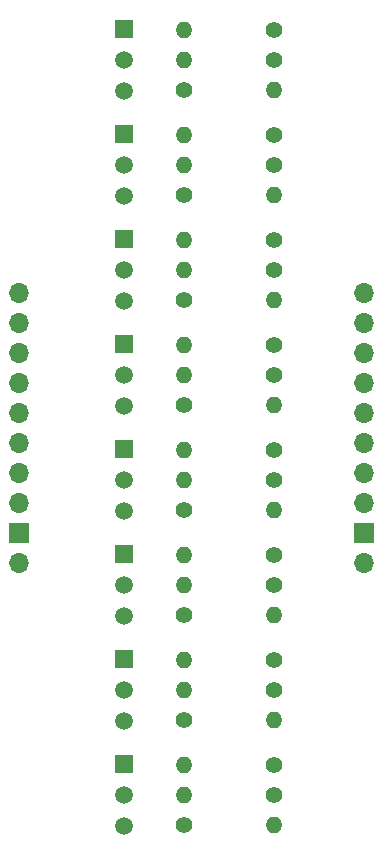
<source format=gbs>
%TF.GenerationSoftware,KiCad,Pcbnew,7.0.11*%
%TF.CreationDate,2024-05-22T14:54:01+02:00*%
%TF.ProjectId,Untitled,556e7469-746c-4656-942e-6b696361645f,1.0*%
%TF.SameCoordinates,Original*%
%TF.FileFunction,Soldermask,Bot*%
%TF.FilePolarity,Negative*%
%FSLAX46Y46*%
G04 Gerber Fmt 4.6, Leading zero omitted, Abs format (unit mm)*
G04 Created by KiCad (PCBNEW 7.0.11) date 2024-05-22 14:54:01*
%MOMM*%
%LPD*%
G01*
G04 APERTURE LIST*
%ADD10R,1.500000X1.500000*%
%ADD11C,1.500000*%
%ADD12O,1.700000X1.700000*%
%ADD13R,1.700000X1.700000*%
%ADD14C,1.400000*%
%ADD15O,1.400000X1.400000*%
G04 APERTURE END LIST*
D10*
%TO.C,Q1*%
X81280000Y-106620000D03*
D11*
X81280000Y-109220000D03*
X81280000Y-111820000D03*
%TD*%
D10*
%TO.C,Q2*%
X81280000Y-97730000D03*
D11*
X81280000Y-100330000D03*
X81280000Y-102930000D03*
%TD*%
D10*
%TO.C,Q3*%
X81280000Y-88840000D03*
D11*
X81280000Y-91440000D03*
X81280000Y-94040000D03*
%TD*%
D10*
%TO.C,Q4*%
X81280000Y-79950000D03*
D11*
X81280000Y-82550000D03*
X81280000Y-85150000D03*
%TD*%
D10*
%TO.C,Q5*%
X81280000Y-71060000D03*
D11*
X81280000Y-73660000D03*
X81280000Y-76260000D03*
%TD*%
D10*
%TO.C,Q6*%
X81280000Y-62170000D03*
D11*
X81280000Y-64770000D03*
X81280000Y-67370000D03*
%TD*%
D10*
%TO.C,Q7*%
X81280000Y-53280000D03*
D11*
X81280000Y-55880000D03*
X81280000Y-58480000D03*
%TD*%
D10*
%TO.C,Q8*%
X81280000Y-44390000D03*
D11*
X81280000Y-46990000D03*
X81280000Y-49590000D03*
%TD*%
D12*
%TO.C,J2*%
X72390000Y-66680000D03*
X72390000Y-69220000D03*
X72390000Y-71760000D03*
X72390000Y-74300000D03*
X72390000Y-76840000D03*
X72390000Y-79380000D03*
X72390000Y-81920000D03*
X72390000Y-84460000D03*
D13*
X72390000Y-87000000D03*
D12*
X72390000Y-89540000D03*
%TD*%
D14*
%TO.C,R73*%
X93980000Y-53340000D03*
D15*
X86360000Y-53340000D03*
%TD*%
D14*
%TO.C,R83*%
X93980000Y-44450000D03*
D15*
X86360000Y-44450000D03*
%TD*%
D14*
%TO.C,R72*%
X86360000Y-58420000D03*
D15*
X93980000Y-58420000D03*
%TD*%
D14*
%TO.C,R82*%
X86360000Y-49530000D03*
D15*
X93980000Y-49530000D03*
%TD*%
D14*
%TO.C,R42*%
X86360000Y-85090000D03*
D15*
X93980000Y-85090000D03*
%TD*%
D12*
%TO.C,J1*%
X101600000Y-66675000D03*
X101600000Y-69215000D03*
X101600000Y-71755000D03*
X101600000Y-74295000D03*
X101600000Y-76835000D03*
X101600000Y-79375000D03*
X101600000Y-81915000D03*
X101600000Y-84455000D03*
D13*
X101600000Y-86995000D03*
D12*
X101600000Y-89535000D03*
%TD*%
D14*
%TO.C,R31*%
X93980000Y-91440000D03*
D15*
X86360000Y-91440000D03*
%TD*%
D14*
%TO.C,R51*%
X93980000Y-73660000D03*
D15*
X86360000Y-73660000D03*
%TD*%
D14*
%TO.C,R22*%
X86360000Y-102870000D03*
D15*
X93980000Y-102870000D03*
%TD*%
D14*
%TO.C,R81*%
X93980000Y-46990000D03*
D15*
X86360000Y-46990000D03*
%TD*%
D14*
%TO.C,R23*%
X93980000Y-97790000D03*
D15*
X86360000Y-97790000D03*
%TD*%
D14*
%TO.C,R33*%
X93980000Y-88900000D03*
D15*
X86360000Y-88900000D03*
%TD*%
D14*
%TO.C,R13*%
X93980000Y-106680000D03*
D15*
X86360000Y-106680000D03*
%TD*%
D14*
%TO.C,R32*%
X86360000Y-93980000D03*
D15*
X93980000Y-93980000D03*
%TD*%
D14*
%TO.C,R62*%
X86360000Y-67310000D03*
D15*
X93980000Y-67310000D03*
%TD*%
D14*
%TO.C,R11*%
X93980000Y-109220000D03*
D15*
X86360000Y-109220000D03*
%TD*%
D14*
%TO.C,R52*%
X86360000Y-76200000D03*
D15*
X93980000Y-76200000D03*
%TD*%
D14*
%TO.C,R43*%
X93980000Y-80010000D03*
D15*
X86360000Y-80010000D03*
%TD*%
D14*
%TO.C,R71*%
X93980000Y-55880000D03*
D15*
X86360000Y-55880000D03*
%TD*%
D14*
%TO.C,R21*%
X93980000Y-100330000D03*
D15*
X86360000Y-100330000D03*
%TD*%
D14*
%TO.C,R61*%
X93980000Y-64770000D03*
D15*
X86360000Y-64770000D03*
%TD*%
D14*
%TO.C,R63*%
X93980000Y-62230000D03*
D15*
X86360000Y-62230000D03*
%TD*%
D14*
%TO.C,R53*%
X93980000Y-71120000D03*
D15*
X86360000Y-71120000D03*
%TD*%
D14*
%TO.C,R12*%
X86360000Y-111760000D03*
D15*
X93980000Y-111760000D03*
%TD*%
D14*
%TO.C,R41*%
X93980000Y-82550000D03*
D15*
X86360000Y-82550000D03*
%TD*%
M02*

</source>
